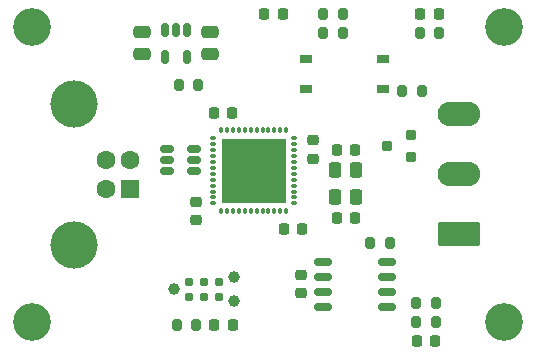
<source format=gbr>
%TF.GenerationSoftware,KiCad,Pcbnew,(6.0.0)*%
%TF.CreationDate,2022-06-11T23:43:57+12:00*%
%TF.ProjectId,Canmaster_HW,43616e6d-6173-4746-9572-5f48572e6b69,rev?*%
%TF.SameCoordinates,Original*%
%TF.FileFunction,Soldermask,Top*%
%TF.FilePolarity,Negative*%
%FSLAX46Y46*%
G04 Gerber Fmt 4.6, Leading zero omitted, Abs format (unit mm)*
G04 Created by KiCad (PCBNEW (6.0.0)) date 2022-06-11 23:43:57*
%MOMM*%
%LPD*%
G01*
G04 APERTURE LIST*
G04 Aperture macros list*
%AMRoundRect*
0 Rectangle with rounded corners*
0 $1 Rounding radius*
0 $2 $3 $4 $5 $6 $7 $8 $9 X,Y pos of 4 corners*
0 Add a 4 corners polygon primitive as box body*
4,1,4,$2,$3,$4,$5,$6,$7,$8,$9,$2,$3,0*
0 Add four circle primitives for the rounded corners*
1,1,$1+$1,$2,$3*
1,1,$1+$1,$4,$5*
1,1,$1+$1,$6,$7*
1,1,$1+$1,$8,$9*
0 Add four rect primitives between the rounded corners*
20,1,$1+$1,$2,$3,$4,$5,0*
20,1,$1+$1,$4,$5,$6,$7,0*
20,1,$1+$1,$6,$7,$8,$9,0*
20,1,$1+$1,$8,$9,$2,$3,0*%
G04 Aperture macros list end*
%ADD10RoundRect,0.150000X-0.625000X-0.150000X0.625000X-0.150000X0.625000X0.150000X-0.625000X0.150000X0*%
%ADD11R,1.600000X1.600000*%
%ADD12C,1.600000*%
%ADD13C,4.000000*%
%ADD14RoundRect,0.225000X-0.225000X-0.250000X0.225000X-0.250000X0.225000X0.250000X-0.225000X0.250000X0*%
%ADD15O,0.650000X0.300000*%
%ADD16O,0.300000X0.650000*%
%ADD17R,2.700000X2.700000*%
%ADD18C,3.200000*%
%ADD19RoundRect,0.150000X-0.150000X0.450000X-0.150000X-0.450000X0.150000X-0.450000X0.150000X0.450000X0*%
%ADD20RoundRect,0.225000X0.250000X-0.225000X0.250000X0.225000X-0.250000X0.225000X-0.250000X-0.225000X0*%
%ADD21RoundRect,0.200000X0.200000X0.275000X-0.200000X0.275000X-0.200000X-0.275000X0.200000X-0.275000X0*%
%ADD22C,0.990600*%
%ADD23C,0.787400*%
%ADD24RoundRect,0.200000X-0.200000X-0.275000X0.200000X-0.275000X0.200000X0.275000X-0.200000X0.275000X0*%
%ADD25RoundRect,0.225000X0.225000X0.250000X-0.225000X0.250000X-0.225000X-0.250000X0.225000X-0.250000X0*%
%ADD26RoundRect,0.218750X-0.218750X-0.256250X0.218750X-0.256250X0.218750X0.256250X-0.218750X0.256250X0*%
%ADD27RoundRect,0.150000X-0.450000X-0.150000X0.450000X-0.150000X0.450000X0.150000X-0.450000X0.150000X0*%
%ADD28RoundRect,0.275000X0.275000X-0.375000X0.275000X0.375000X-0.275000X0.375000X-0.275000X-0.375000X0*%
%ADD29RoundRect,0.249999X1.550001X-0.790001X1.550001X0.790001X-1.550001X0.790001X-1.550001X-0.790001X0*%
%ADD30O,3.600000X2.080000*%
%ADD31RoundRect,0.250000X0.475000X-0.250000X0.475000X0.250000X-0.475000X0.250000X-0.475000X-0.250000X0*%
%ADD32RoundRect,0.225000X-0.250000X0.225000X-0.250000X-0.225000X0.250000X-0.225000X0.250000X0.225000X0*%
%ADD33RoundRect,0.250000X-0.475000X0.250000X-0.475000X-0.250000X0.475000X-0.250000X0.475000X0.250000X0*%
%ADD34RoundRect,0.200000X0.250000X0.200000X-0.250000X0.200000X-0.250000X-0.200000X0.250000X-0.200000X0*%
%ADD35R,1.000000X0.800000*%
G04 APERTURE END LIST*
D10*
%TO.C,U4*%
X104700000Y-79895000D03*
X104700000Y-81165000D03*
X104700000Y-82435000D03*
X104700000Y-83705000D03*
X110100000Y-83705000D03*
X110100000Y-82435000D03*
X110100000Y-81165000D03*
X110100000Y-79895000D03*
%TD*%
D11*
%TO.C,J1*%
X88310000Y-73750000D03*
D12*
X88310000Y-71250000D03*
X86310000Y-71250000D03*
X86310000Y-73750000D03*
D13*
X83600000Y-78500000D03*
X83600000Y-66500000D03*
%TD*%
D14*
%TO.C,C8*%
X95425000Y-67300000D03*
X96975000Y-67300000D03*
%TD*%
D15*
%TO.C,U3*%
X102225000Y-74950000D03*
X102225000Y-74450000D03*
X102225000Y-73950000D03*
X102225000Y-73450000D03*
X102225000Y-72950000D03*
X102225000Y-72450000D03*
X102225000Y-71950000D03*
X102225000Y-71450000D03*
X102225000Y-70950000D03*
X102225000Y-70450000D03*
X102225000Y-69950000D03*
X102225000Y-69450000D03*
D16*
X101550000Y-68775000D03*
X101050000Y-68775000D03*
X100550000Y-68775000D03*
X100050000Y-68775000D03*
X99550000Y-68775000D03*
X99050000Y-68775000D03*
X98550000Y-68775000D03*
X98050000Y-68775000D03*
X97550000Y-68775000D03*
X97050000Y-68775000D03*
X96550000Y-68775000D03*
X96050000Y-68775000D03*
D15*
X95375000Y-69450000D03*
X95375000Y-69950000D03*
X95375000Y-70450000D03*
X95375000Y-70950000D03*
X95375000Y-71450000D03*
X95375000Y-71950000D03*
X95375000Y-72450000D03*
X95375000Y-72950000D03*
X95375000Y-73450000D03*
X95375000Y-73950000D03*
X95375000Y-74450000D03*
X95375000Y-74950000D03*
D16*
X96050000Y-75625000D03*
X96550000Y-75625000D03*
X97050000Y-75625000D03*
X97550000Y-75625000D03*
X98050000Y-75625000D03*
X98550000Y-75625000D03*
X99050000Y-75625000D03*
X99550000Y-75625000D03*
X100050000Y-75625000D03*
X100550000Y-75625000D03*
X101050000Y-75625000D03*
X101550000Y-75625000D03*
D17*
X97450000Y-73550000D03*
X100150000Y-73550000D03*
X97450000Y-70850000D03*
X100150000Y-70850000D03*
%TD*%
D18*
%TO.C,M1*%
X80000000Y-85000000D03*
%TD*%
D19*
%TO.C,U2*%
X93150000Y-60250000D03*
X92200000Y-60250000D03*
X91250000Y-60250000D03*
X91250000Y-62550000D03*
X93150000Y-62550000D03*
%TD*%
D20*
%TO.C,C6*%
X93900000Y-76375000D03*
X93900000Y-74825000D03*
%TD*%
D21*
%TO.C,R5*%
X106325000Y-58900000D03*
X104675000Y-58900000D03*
%TD*%
D22*
%TO.C,J2*%
X97170000Y-81219000D03*
X97170000Y-83251000D03*
X92090000Y-82235000D03*
D23*
X93360000Y-82870000D03*
X93360000Y-81600000D03*
X94630000Y-82870000D03*
X94630000Y-81600000D03*
X95900000Y-82870000D03*
X95900000Y-81600000D03*
%TD*%
D21*
%TO.C,R9*%
X114225000Y-83400000D03*
X112575000Y-83400000D03*
%TD*%
D14*
%TO.C,C2*%
X105825000Y-76200000D03*
X107375000Y-76200000D03*
%TD*%
D24*
%TO.C,R6*%
X104675000Y-60500000D03*
X106325000Y-60500000D03*
%TD*%
D25*
%TO.C,C7*%
X102875000Y-77100000D03*
X101325000Y-77100000D03*
%TD*%
D26*
%TO.C,DS1*%
X112912500Y-58900000D03*
X114487500Y-58900000D03*
%TD*%
D27*
%TO.C,U1*%
X91450000Y-70350000D03*
X91450000Y-71300000D03*
X91450000Y-72250000D03*
X93750000Y-72250000D03*
X93750000Y-71300000D03*
X93750000Y-70350000D03*
%TD*%
D24*
%TO.C,R2*%
X112875000Y-60500000D03*
X114525000Y-60500000D03*
%TD*%
D18*
%TO.C,M4*%
X120000000Y-85000000D03*
%TD*%
D24*
%TO.C,R1*%
X92305000Y-85235000D03*
X93955000Y-85235000D03*
%TD*%
D25*
%TO.C,C3*%
X107375000Y-70400000D03*
X105825000Y-70400000D03*
%TD*%
D28*
%TO.C,Y1*%
X107500000Y-74450000D03*
X107500000Y-72150000D03*
X105700000Y-72150000D03*
X105700000Y-74450000D03*
%TD*%
D24*
%TO.C,R7*%
X111375000Y-65400000D03*
X113025000Y-65400000D03*
%TD*%
D18*
%TO.C,M2*%
X80000000Y-60000000D03*
%TD*%
D20*
%TO.C,C10*%
X102800000Y-82575000D03*
X102800000Y-81025000D03*
%TD*%
D29*
%TO.C,J3*%
X116222500Y-77580000D03*
D30*
X116222500Y-72500000D03*
X116222500Y-67420000D03*
%TD*%
D26*
%TO.C,DS3*%
X99712500Y-58900000D03*
X101287500Y-58900000D03*
%TD*%
D24*
%TO.C,R3*%
X112575000Y-85000000D03*
X114225000Y-85000000D03*
%TD*%
%TO.C,R4*%
X108675000Y-78300000D03*
X110325000Y-78300000D03*
%TD*%
D31*
%TO.C,C4*%
X95100000Y-62350000D03*
X95100000Y-60450000D03*
%TD*%
D18*
%TO.C,M3*%
X120000000Y-60000000D03*
%TD*%
D32*
%TO.C,C5*%
X103800000Y-69625000D03*
X103800000Y-71175000D03*
%TD*%
D33*
%TO.C,C1*%
X89300000Y-60450000D03*
X89300000Y-62350000D03*
%TD*%
D34*
%TO.C,D1*%
X112100000Y-71050000D03*
X112100000Y-69150000D03*
X110100000Y-70100000D03*
%TD*%
D21*
%TO.C,R8*%
X94125000Y-64900000D03*
X92475000Y-64900000D03*
%TD*%
D14*
%TO.C,C9*%
X95455000Y-85235000D03*
X97005000Y-85235000D03*
%TD*%
D35*
%TO.C,U5*%
X103250000Y-62730000D03*
X103250000Y-65270000D03*
X109750000Y-65270000D03*
X109750000Y-62730000D03*
%TD*%
D26*
%TO.C,DS2*%
X112612500Y-86600000D03*
X114187500Y-86600000D03*
%TD*%
M02*

</source>
